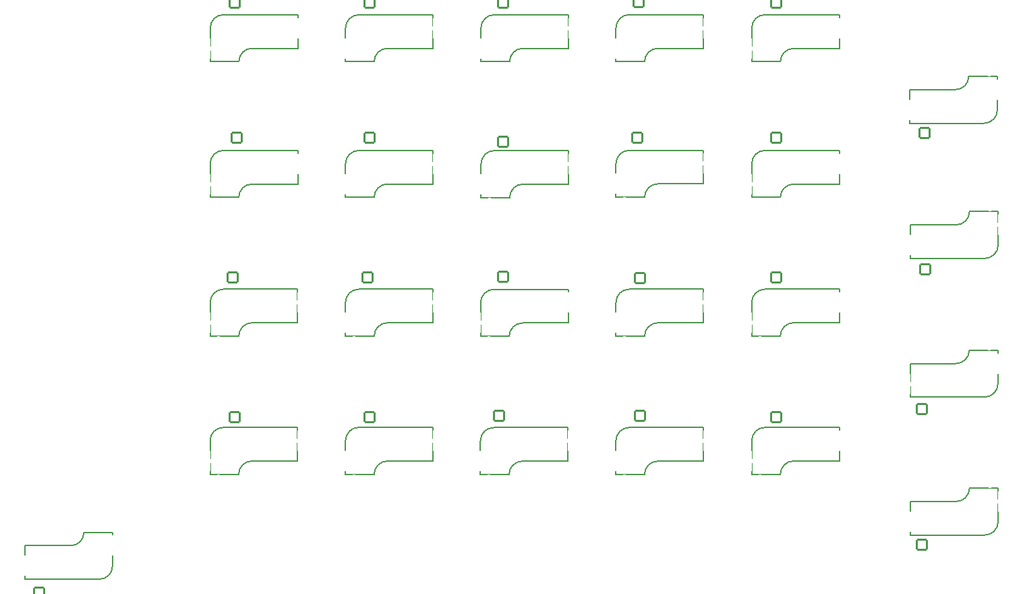
<source format=gbr>
%TF.GenerationSoftware,KiCad,Pcbnew,9.0.2*%
%TF.CreationDate,2025-06-30T11:43:15-04:00*%
%TF.ProjectId,PCB,5043422e-6b69-4636-9164-5f7063625858,rev?*%
%TF.SameCoordinates,Original*%
%TF.FileFunction,Legend,Bot*%
%TF.FilePolarity,Positive*%
%FSLAX46Y46*%
G04 Gerber Fmt 4.6, Leading zero omitted, Abs format (unit mm)*
G04 Created by KiCad (PCBNEW 9.0.2) date 2025-06-30 11:43:15*
%MOMM*%
%LPD*%
G01*
G04 APERTURE LIST*
G04 Aperture macros list*
%AMRoundRect*
0 Rectangle with rounded corners*
0 $1 Rounding radius*
0 $2 $3 $4 $5 $6 $7 $8 $9 X,Y pos of 4 corners*
0 Add a 4 corners polygon primitive as box body*
4,1,4,$2,$3,$4,$5,$6,$7,$8,$9,$2,$3,0*
0 Add four circle primitives for the rounded corners*
1,1,$1+$1,$2,$3*
1,1,$1+$1,$4,$5*
1,1,$1+$1,$6,$7*
1,1,$1+$1,$8,$9*
0 Add four rect primitives between the rounded corners*
20,1,$1+$1,$2,$3,$4,$5,0*
20,1,$1+$1,$4,$5,$6,$7,0*
20,1,$1+$1,$6,$7,$8,$9,0*
20,1,$1+$1,$8,$9,$2,$3,0*%
G04 Aperture macros list end*
%ADD10C,0.150000*%
%ADD11C,1.442000*%
%ADD12RoundRect,0.102000X-0.619000X-0.619000X0.619000X-0.619000X0.619000X0.619000X-0.619000X0.619000X0*%
%ADD13C,1.778000*%
%ADD14C,2.286000*%
%ADD15R,1.600000X1.600000*%
%ADD16O,1.600000X1.600000*%
%ADD17C,1.750000*%
%ADD18C,3.980180*%
%ADD19C,2.250000*%
%ADD20R,1.500000X0.508000*%
%ADD21R,2.550000X2.500000*%
%ADD22R,1.524000X1.524000*%
%ADD23C,1.524000*%
G04 APERTURE END LIST*
D10*
%TO.C,SW13*%
X138635000Y-41215000D02*
X138635000Y-45430000D01*
X138635000Y-45430000D02*
X142230000Y-45430000D01*
X140310000Y-39540000D02*
X149635000Y-39540000D01*
X143905000Y-43755000D02*
X149635000Y-43755000D01*
X149635000Y-39545000D02*
X149635000Y-43755000D01*
X138635000Y-41215000D02*
G75*
G02*
X140310000Y-39540000I1675000J0D01*
G01*
X142230000Y-45430000D02*
G75*
G02*
X143905000Y-43755000I1675000J0D01*
G01*
%TO.C,SW9*%
X104680000Y-75644000D02*
X104680000Y-79859000D01*
X104680000Y-79859000D02*
X108275000Y-79859000D01*
X106355000Y-73969000D02*
X115680000Y-73969000D01*
X109950000Y-78184000D02*
X115680000Y-78184000D01*
X115680000Y-73974000D02*
X115680000Y-78184000D01*
X104680000Y-75644000D02*
G75*
G02*
X106355000Y-73969000I1675000J0D01*
G01*
X108275000Y-79859000D02*
G75*
G02*
X109950000Y-78184000I1675000J0D01*
G01*
%TO.C,SW24*%
X155680000Y-75644000D02*
X155680000Y-79859000D01*
X155680000Y-79859000D02*
X159275000Y-79859000D01*
X157355000Y-73969000D02*
X166680000Y-73969000D01*
X160950000Y-78184000D02*
X166680000Y-78184000D01*
X166680000Y-73974000D02*
X166680000Y-78184000D01*
X155680000Y-75644000D02*
G75*
G02*
X157355000Y-73969000I1675000J0D01*
G01*
X159275000Y-79859000D02*
G75*
G02*
X160950000Y-78184000I1675000J0D01*
G01*
%TO.C,SW7*%
X104685000Y-41220000D02*
X104685000Y-45435000D01*
X104685000Y-45435000D02*
X108280000Y-45435000D01*
X106360000Y-39545000D02*
X115685000Y-39545000D01*
X109955000Y-43760000D02*
X115685000Y-43760000D01*
X115685000Y-39550000D02*
X115685000Y-43760000D01*
X104685000Y-41220000D02*
G75*
G02*
X106360000Y-39545000I1675000J0D01*
G01*
X108280000Y-45435000D02*
G75*
G02*
X109955000Y-43760000I1675000J0D01*
G01*
%TO.C,SW19*%
X138619500Y-93000000D02*
X138619500Y-97215000D01*
X138619500Y-97215000D02*
X142214500Y-97215000D01*
X140294500Y-91325000D02*
X149619500Y-91325000D01*
X143889500Y-95540000D02*
X149619500Y-95540000D01*
X149619500Y-91330000D02*
X149619500Y-95540000D01*
X138619500Y-93000000D02*
G75*
G02*
X140294500Y-91325000I1675000J0D01*
G01*
X142214500Y-97215000D02*
G75*
G02*
X143889500Y-95540000I1675000J0D01*
G01*
%TO.C,SW3*%
X87685000Y-58240000D02*
X87685000Y-62455000D01*
X87685000Y-62455000D02*
X91280000Y-62455000D01*
X89360000Y-56565000D02*
X98685000Y-56565000D01*
X92955000Y-60780000D02*
X98685000Y-60780000D01*
X98685000Y-56570000D02*
X98685000Y-60780000D01*
X87685000Y-58240000D02*
G75*
G02*
X89360000Y-56565000I1675000J0D01*
G01*
X91280000Y-62455000D02*
G75*
G02*
X92955000Y-60780000I1675000J0D01*
G01*
%TO.C,SW11*%
X175523500Y-53155000D02*
X175523500Y-48945000D01*
X181253500Y-48945000D02*
X175523500Y-48945000D01*
X184848500Y-53160000D02*
X175523500Y-53160000D01*
X186523500Y-47270000D02*
X182928500Y-47270000D01*
X186523500Y-51485000D02*
X186523500Y-47270000D01*
X182928500Y-47270000D02*
G75*
G02*
X181253500Y-48945000I-1675000J0D01*
G01*
X186523500Y-51485000D02*
G75*
G02*
X184848500Y-53160000I-1675000J0D01*
G01*
%TO.C,SW17*%
X138635000Y-75645000D02*
X138635000Y-79860000D01*
X138635000Y-79860000D02*
X142230000Y-79860000D01*
X140310000Y-73970000D02*
X149635000Y-73970000D01*
X143905000Y-78185000D02*
X149635000Y-78185000D01*
X149635000Y-73975000D02*
X149635000Y-78185000D01*
X138635000Y-75645000D02*
G75*
G02*
X140310000Y-73970000I1675000J0D01*
G01*
X142230000Y-79860000D02*
G75*
G02*
X143905000Y-78185000I1675000J0D01*
G01*
%TO.C,SW26*%
X175613500Y-104810000D02*
X175613500Y-100600000D01*
X181343500Y-100600000D02*
X175613500Y-100600000D01*
X184938500Y-104815000D02*
X175613500Y-104815000D01*
X186613500Y-98925000D02*
X183018500Y-98925000D01*
X186613500Y-103140000D02*
X186613500Y-98925000D01*
X183018500Y-98925000D02*
G75*
G02*
X181343500Y-100600000I-1675000J0D01*
G01*
X186613500Y-103140000D02*
G75*
G02*
X184938500Y-104815000I-1675000J0D01*
G01*
%TO.C,SW2*%
X87690000Y-41220000D02*
X87690000Y-45435000D01*
X87690000Y-45435000D02*
X91285000Y-45435000D01*
X89365000Y-39545000D02*
X98690000Y-39545000D01*
X92960000Y-43760000D02*
X98690000Y-43760000D01*
X98690000Y-39550000D02*
X98690000Y-43760000D01*
X87690000Y-41220000D02*
G75*
G02*
X89365000Y-39545000I1675000J0D01*
G01*
X91285000Y-45435000D02*
G75*
G02*
X92960000Y-43760000I1675000J0D01*
G01*
%TO.C,SW12*%
X121685000Y-41220000D02*
X121685000Y-45435000D01*
X121685000Y-45435000D02*
X125280000Y-45435000D01*
X123360000Y-39545000D02*
X132685000Y-39545000D01*
X126955000Y-43760000D02*
X132685000Y-43760000D01*
X132685000Y-39550000D02*
X132685000Y-43760000D01*
X121685000Y-41220000D02*
G75*
G02*
X123360000Y-39545000I1675000J0D01*
G01*
X125280000Y-45435000D02*
G75*
G02*
X126955000Y-43760000I1675000J0D01*
G01*
%TO.C,SW14*%
X121705000Y-58250000D02*
X121705000Y-62465000D01*
X121705000Y-62465000D02*
X125300000Y-62465000D01*
X123380000Y-56575000D02*
X132705000Y-56575000D01*
X126975000Y-60790000D02*
X132705000Y-60790000D01*
X132705000Y-56580000D02*
X132705000Y-60790000D01*
X121705000Y-58250000D02*
G75*
G02*
X123380000Y-56575000I1675000J0D01*
G01*
X125300000Y-62465000D02*
G75*
G02*
X126975000Y-60790000I1675000J0D01*
G01*
%TO.C,SW5*%
X87680000Y-92978000D02*
X87680000Y-97193000D01*
X87680000Y-97193000D02*
X91275000Y-97193000D01*
X89355000Y-91303000D02*
X98680000Y-91303000D01*
X92950000Y-95518000D02*
X98680000Y-95518000D01*
X98680000Y-91308000D02*
X98680000Y-95518000D01*
X87680000Y-92978000D02*
G75*
G02*
X89355000Y-91303000I1675000J0D01*
G01*
X91275000Y-97193000D02*
G75*
G02*
X92950000Y-95518000I1675000J0D01*
G01*
%TO.C,SW6*%
X64435000Y-110350000D02*
X64435000Y-106140000D01*
X70165000Y-106140000D02*
X64435000Y-106140000D01*
X73760000Y-110355000D02*
X64435000Y-110355000D01*
X75435000Y-104465000D02*
X71840000Y-104465000D01*
X75435000Y-108680000D02*
X75435000Y-104465000D01*
X71840000Y-104465000D02*
G75*
G02*
X70165000Y-106140000I-1675000J0D01*
G01*
X75435000Y-108680000D02*
G75*
G02*
X73760000Y-110355000I-1675000J0D01*
G01*
%TO.C,SW22*%
X155685000Y-41220000D02*
X155685000Y-45435000D01*
X155685000Y-45435000D02*
X159280000Y-45435000D01*
X157360000Y-39545000D02*
X166685000Y-39545000D01*
X160955000Y-43760000D02*
X166685000Y-43760000D01*
X166685000Y-39550000D02*
X166685000Y-43760000D01*
X155685000Y-41220000D02*
G75*
G02*
X157360000Y-39545000I1675000J0D01*
G01*
X159280000Y-45435000D02*
G75*
G02*
X160955000Y-43760000I1675000J0D01*
G01*
%TO.C,SW4*%
X87680000Y-75644000D02*
X87680000Y-79859000D01*
X87680000Y-79859000D02*
X91275000Y-79859000D01*
X89355000Y-73969000D02*
X98680000Y-73969000D01*
X92950000Y-78184000D02*
X98680000Y-78184000D01*
X98680000Y-73974000D02*
X98680000Y-78184000D01*
X87680000Y-75644000D02*
G75*
G02*
X89355000Y-73969000I1675000J0D01*
G01*
X91275000Y-79859000D02*
G75*
G02*
X92950000Y-78184000I1675000J0D01*
G01*
%TO.C,SW25*%
X155680000Y-92978000D02*
X155680000Y-97193000D01*
X155680000Y-97193000D02*
X159275000Y-97193000D01*
X157355000Y-91303000D02*
X166680000Y-91303000D01*
X160950000Y-95518000D02*
X166680000Y-95518000D01*
X166680000Y-91308000D02*
X166680000Y-95518000D01*
X155680000Y-92978000D02*
G75*
G02*
X157355000Y-91303000I1675000J0D01*
G01*
X159275000Y-97193000D02*
G75*
G02*
X160950000Y-95518000I1675000J0D01*
G01*
%TO.C,SW20*%
X175613500Y-70110000D02*
X175613500Y-65900000D01*
X181343500Y-65900000D02*
X175613500Y-65900000D01*
X184938500Y-70115000D02*
X175613500Y-70115000D01*
X186613500Y-64225000D02*
X183018500Y-64225000D01*
X186613500Y-68440000D02*
X186613500Y-64225000D01*
X183018500Y-64225000D02*
G75*
G02*
X181343500Y-65900000I-1675000J0D01*
G01*
X186613500Y-68440000D02*
G75*
G02*
X184938500Y-70115000I-1675000J0D01*
G01*
%TO.C,SW23*%
X155685000Y-58240000D02*
X155685000Y-62455000D01*
X155685000Y-62455000D02*
X159280000Y-62455000D01*
X157360000Y-56565000D02*
X166685000Y-56565000D01*
X160955000Y-60780000D02*
X166685000Y-60780000D01*
X166685000Y-56570000D02*
X166685000Y-60780000D01*
X155685000Y-58240000D02*
G75*
G02*
X157360000Y-56565000I1675000J0D01*
G01*
X159280000Y-62455000D02*
G75*
G02*
X160955000Y-60780000I1675000J0D01*
G01*
%TO.C,SW10*%
X104680000Y-92978000D02*
X104680000Y-97193000D01*
X104680000Y-97193000D02*
X108275000Y-97193000D01*
X106355000Y-91303000D02*
X115680000Y-91303000D01*
X109950000Y-95518000D02*
X115680000Y-95518000D01*
X115680000Y-91308000D02*
X115680000Y-95518000D01*
X104680000Y-92978000D02*
G75*
G02*
X106355000Y-91303000I1675000J0D01*
G01*
X108275000Y-97193000D02*
G75*
G02*
X109950000Y-95518000I1675000J0D01*
G01*
%TO.C,SW21*%
X175583500Y-87510000D02*
X175583500Y-83300000D01*
X181313500Y-83300000D02*
X175583500Y-83300000D01*
X184908500Y-87515000D02*
X175583500Y-87515000D01*
X186583500Y-81625000D02*
X182988500Y-81625000D01*
X186583500Y-85840000D02*
X186583500Y-81625000D01*
X182988500Y-81625000D02*
G75*
G02*
X181313500Y-83300000I-1675000J0D01*
G01*
X186583500Y-85840000D02*
G75*
G02*
X184908500Y-87515000I-1675000J0D01*
G01*
%TO.C,SW15*%
X138635000Y-58220000D02*
X138635000Y-62435000D01*
X138635000Y-62435000D02*
X142230000Y-62435000D01*
X140310000Y-56545000D02*
X149635000Y-56545000D01*
X143905000Y-60760000D02*
X149635000Y-60760000D01*
X149635000Y-56550000D02*
X149635000Y-60760000D01*
X138635000Y-58220000D02*
G75*
G02*
X140310000Y-56545000I1675000J0D01*
G01*
X142230000Y-62435000D02*
G75*
G02*
X143905000Y-60760000I1675000J0D01*
G01*
%TO.C,SW18*%
X121619500Y-93000000D02*
X121619500Y-97215000D01*
X121619500Y-97215000D02*
X125214500Y-97215000D01*
X123294500Y-91325000D02*
X132619500Y-91325000D01*
X126889500Y-95540000D02*
X132619500Y-95540000D01*
X132619500Y-91330000D02*
X132619500Y-95540000D01*
X121619500Y-93000000D02*
G75*
G02*
X123294500Y-91325000I1675000J0D01*
G01*
X125214500Y-97215000D02*
G75*
G02*
X126889500Y-95540000I1675000J0D01*
G01*
%TO.C,SW8*%
X104685000Y-58240000D02*
X104685000Y-62455000D01*
X104685000Y-62455000D02*
X108280000Y-62455000D01*
X106360000Y-56565000D02*
X115685000Y-56565000D01*
X109955000Y-60780000D02*
X115685000Y-60780000D01*
X115685000Y-56570000D02*
X115685000Y-60780000D01*
X104685000Y-58240000D02*
G75*
G02*
X106360000Y-56565000I1675000J0D01*
G01*
X108280000Y-62455000D02*
G75*
G02*
X109955000Y-60780000I1675000J0D01*
G01*
%TO.C,SW16*%
X121635000Y-75670000D02*
X121635000Y-79885000D01*
X121635000Y-79885000D02*
X125230000Y-79885000D01*
X123310000Y-73995000D02*
X132635000Y-73995000D01*
X126905000Y-78210000D02*
X132635000Y-78210000D01*
X132635000Y-74000000D02*
X132635000Y-78210000D01*
X121635000Y-75670000D02*
G75*
G02*
X123310000Y-73995000I1675000J0D01*
G01*
X125230000Y-79885000D02*
G75*
G02*
X126905000Y-78210000I1675000J0D01*
G01*
%TD*%
%LPC*%
D11*
%TO.C,D5*%
X73768500Y-112000000D03*
D12*
X66231500Y-112000000D03*
%TD*%
D11*
%TO.C,D3*%
X98037000Y-72500000D03*
D12*
X90500000Y-72500000D03*
%TD*%
D11*
%TO.C,D1*%
X98268500Y-38000000D03*
D12*
X90731500Y-38000000D03*
%TD*%
D11*
%TO.C,D2*%
X98537000Y-55000000D03*
D12*
X91000000Y-55000000D03*
%TD*%
D11*
%TO.C,D18*%
X149218500Y-72550000D03*
D12*
X141681500Y-72550000D03*
%TD*%
D11*
%TO.C,D14*%
X131513500Y-89874000D03*
D12*
X123976500Y-89874000D03*
%TD*%
D13*
%TO.C,U1*%
X150755400Y-116066500D03*
X157105400Y-116086300D03*
X150755400Y-121006500D03*
X157115400Y-121026500D03*
X151405400Y-135756500D03*
X153945400Y-135776500D03*
X156485400Y-135756500D03*
D14*
X147580400Y-121816500D03*
X147580400Y-131946500D03*
X160280400Y-131961300D03*
X160280400Y-121801300D03*
D13*
X145040400Y-124341300D03*
X145025400Y-126866500D03*
X145025400Y-129406500D03*
%TD*%
D15*
%TO.C,A1*%
X76740000Y-87060000D03*
D16*
X76740000Y-84520000D03*
X76740000Y-81980000D03*
X76740000Y-79440000D03*
X76740000Y-76900000D03*
X76740000Y-74360000D03*
X76740000Y-71820000D03*
X76740000Y-69280000D03*
X76740000Y-66740000D03*
X76740000Y-64200000D03*
X76740000Y-61660000D03*
X76740000Y-59120000D03*
X76740000Y-56580000D03*
X76740000Y-54040000D03*
X76740000Y-51500000D03*
X61500000Y-51500000D03*
X61500000Y-54040000D03*
X61500000Y-56580000D03*
X61500000Y-59120000D03*
X61500000Y-61660000D03*
X61500000Y-64200000D03*
X61500000Y-66740000D03*
X61500000Y-69280000D03*
X61500000Y-71820000D03*
X61500000Y-74360000D03*
X61500000Y-76900000D03*
X61500000Y-79440000D03*
X61500000Y-81980000D03*
X61500000Y-84520000D03*
X61500000Y-87060000D03*
%TD*%
D11*
%TO.C,D4*%
X98268500Y-90000000D03*
D12*
X90731500Y-90000000D03*
%TD*%
D11*
%TO.C,D8*%
X115000000Y-72500000D03*
D12*
X107463000Y-72500000D03*
%TD*%
D11*
%TO.C,D13*%
X131968500Y-72400000D03*
D12*
X124431500Y-72400000D03*
%TD*%
D11*
%TO.C,D10*%
X115268500Y-38000000D03*
D12*
X107731500Y-38000000D03*
%TD*%
D11*
%TO.C,D23*%
X166268500Y-72500000D03*
D12*
X158731500Y-72500000D03*
%TD*%
D11*
%TO.C,D19*%
X149208000Y-89856000D03*
D12*
X141671000Y-89856000D03*
%TD*%
D11*
%TO.C,D20*%
X184587000Y-89000000D03*
D12*
X177050000Y-89000000D03*
%TD*%
D11*
%TO.C,D21*%
X184587000Y-106000000D03*
D12*
X177050000Y-106000000D03*
%TD*%
D11*
%TO.C,D12*%
X132037250Y-55500000D03*
D12*
X124500250Y-55500000D03*
%TD*%
D11*
%TO.C,D24*%
X166268500Y-55000000D03*
D12*
X158731500Y-55000000D03*
%TD*%
D13*
%TO.C,U2*%
X178875000Y-116066500D03*
X185225000Y-116086300D03*
X178875000Y-121006500D03*
X185235000Y-121026500D03*
X179525000Y-135756500D03*
X182065000Y-135776500D03*
X184605000Y-135756500D03*
D14*
X175700000Y-121816500D03*
X175700000Y-131946500D03*
X188400000Y-131961300D03*
X188400000Y-121801300D03*
D13*
X173160000Y-124341300D03*
X173145000Y-126866500D03*
X173145000Y-129406500D03*
%TD*%
D11*
%TO.C,D11*%
X132000000Y-38000000D03*
D12*
X124463000Y-38000000D03*
%TD*%
D11*
%TO.C,D15*%
X185037000Y-71500000D03*
D12*
X177500000Y-71500000D03*
%TD*%
D11*
%TO.C,D9*%
X115268500Y-55000000D03*
D12*
X107731500Y-55000000D03*
%TD*%
D11*
%TO.C,D7*%
X115268500Y-90000000D03*
D12*
X107731500Y-90000000D03*
%TD*%
D11*
%TO.C,D6*%
X184955800Y-54400000D03*
D12*
X177418800Y-54400000D03*
%TD*%
D11*
%TO.C,D17*%
X148837300Y-55000000D03*
D12*
X141300300Y-55000000D03*
%TD*%
D11*
%TO.C,D25*%
X166268500Y-38000000D03*
D12*
X158731500Y-38000000D03*
%TD*%
D11*
%TO.C,D16*%
X148987000Y-37975000D03*
D12*
X141450000Y-37975000D03*
%TD*%
D11*
%TO.C,D22*%
X166268500Y-90000000D03*
D12*
X158731500Y-90000000D03*
%TD*%
D17*
%TO.C,SW13*%
X149850000Y-46295000D03*
D18*
X144770000Y-46295000D03*
D17*
X139690000Y-46295000D03*
D19*
X140960000Y-43755000D03*
D20*
X139245500Y-43755000D03*
D21*
X137410000Y-43755000D03*
X150860000Y-41215000D03*
D20*
X149024500Y-41215000D03*
D19*
X147310000Y-41215000D03*
D22*
X146040000Y-51375000D03*
D23*
X143500000Y-51375000D03*
%TD*%
D17*
%TO.C,SW9*%
X115895000Y-80724000D03*
D18*
X110815000Y-80724000D03*
D17*
X105735000Y-80724000D03*
D19*
X107005000Y-78184000D03*
D20*
X105290500Y-78184000D03*
D21*
X103455000Y-78184000D03*
X116905000Y-75644000D03*
D20*
X115069500Y-75644000D03*
D19*
X113355000Y-75644000D03*
D22*
X112085000Y-85804000D03*
D23*
X109545000Y-85804000D03*
%TD*%
D17*
%TO.C,SW24*%
X166895000Y-80724000D03*
D18*
X161815000Y-80724000D03*
D17*
X156735000Y-80724000D03*
D19*
X158005000Y-78184000D03*
D20*
X156290500Y-78184000D03*
D21*
X154455000Y-78184000D03*
X167905000Y-75644000D03*
D20*
X166069500Y-75644000D03*
D19*
X164355000Y-75644000D03*
D22*
X163085000Y-85804000D03*
D23*
X160545000Y-85804000D03*
%TD*%
D17*
%TO.C,SW7*%
X115900000Y-46300000D03*
D18*
X110820000Y-46300000D03*
D17*
X105740000Y-46300000D03*
D19*
X107010000Y-43760000D03*
D20*
X105295500Y-43760000D03*
D21*
X103460000Y-43760000D03*
X116910000Y-41220000D03*
D20*
X115074500Y-41220000D03*
D19*
X113360000Y-41220000D03*
D22*
X112090000Y-51380000D03*
D23*
X109550000Y-51380000D03*
%TD*%
D17*
%TO.C,SW19*%
X149834500Y-98080000D03*
D18*
X144754500Y-98080000D03*
D17*
X139674500Y-98080000D03*
D19*
X140944500Y-95540000D03*
D20*
X139230000Y-95540000D03*
D21*
X137394500Y-95540000D03*
X150844500Y-93000000D03*
D20*
X149009000Y-93000000D03*
D19*
X147294500Y-93000000D03*
D22*
X146024500Y-103160000D03*
D23*
X143484500Y-103160000D03*
%TD*%
D17*
%TO.C,SW3*%
X98900000Y-63320000D03*
D18*
X93820000Y-63320000D03*
D17*
X88740000Y-63320000D03*
D19*
X90010000Y-60780000D03*
D20*
X88295500Y-60780000D03*
D21*
X86460000Y-60780000D03*
X99910000Y-58240000D03*
D20*
X98074500Y-58240000D03*
D19*
X96360000Y-58240000D03*
D22*
X95090000Y-68400000D03*
D23*
X92550000Y-68400000D03*
%TD*%
D17*
%TO.C,SW11*%
X175308500Y-46405000D03*
D18*
X180388500Y-46405000D03*
D17*
X185468500Y-46405000D03*
D19*
X184198500Y-48945000D03*
D20*
X185913000Y-48945000D03*
D21*
X187748500Y-48945000D03*
X174298500Y-51485000D03*
D20*
X176134000Y-51485000D03*
D19*
X177848500Y-51485000D03*
D22*
X179118500Y-41325000D03*
D23*
X181658500Y-41325000D03*
%TD*%
D17*
%TO.C,SW17*%
X149850000Y-80725000D03*
D18*
X144770000Y-80725000D03*
D17*
X139690000Y-80725000D03*
D19*
X140960000Y-78185000D03*
D20*
X139245500Y-78185000D03*
D21*
X137410000Y-78185000D03*
X150860000Y-75645000D03*
D20*
X149024500Y-75645000D03*
D19*
X147310000Y-75645000D03*
D22*
X146040000Y-85805000D03*
D23*
X143500000Y-85805000D03*
%TD*%
D17*
%TO.C,SW26*%
X175398500Y-98060000D03*
D18*
X180478500Y-98060000D03*
D17*
X185558500Y-98060000D03*
D19*
X184288500Y-100600000D03*
D20*
X186003000Y-100600000D03*
D21*
X187838500Y-100600000D03*
X174388500Y-103140000D03*
D20*
X176224000Y-103140000D03*
D19*
X177938500Y-103140000D03*
D22*
X179208500Y-92980000D03*
D23*
X181748500Y-92980000D03*
%TD*%
D17*
%TO.C,SW2*%
X98905000Y-46300000D03*
D18*
X93825000Y-46300000D03*
D17*
X88745000Y-46300000D03*
D19*
X90015000Y-43760000D03*
D20*
X88300500Y-43760000D03*
D21*
X86465000Y-43760000D03*
X99915000Y-41220000D03*
D20*
X98079500Y-41220000D03*
D19*
X96365000Y-41220000D03*
D22*
X95095000Y-51380000D03*
D23*
X92555000Y-51380000D03*
%TD*%
D17*
%TO.C,SW12*%
X132900000Y-46300000D03*
D18*
X127820000Y-46300000D03*
D17*
X122740000Y-46300000D03*
D19*
X124010000Y-43760000D03*
D20*
X122295500Y-43760000D03*
D21*
X120460000Y-43760000D03*
X133910000Y-41220000D03*
D20*
X132074500Y-41220000D03*
D19*
X130360000Y-41220000D03*
D22*
X129090000Y-51380000D03*
D23*
X126550000Y-51380000D03*
%TD*%
D17*
%TO.C,SW14*%
X132920000Y-63330000D03*
D18*
X127840000Y-63330000D03*
D17*
X122760000Y-63330000D03*
D19*
X124030000Y-60790000D03*
D20*
X122315500Y-60790000D03*
D21*
X120480000Y-60790000D03*
X133930000Y-58250000D03*
D20*
X132094500Y-58250000D03*
D19*
X130380000Y-58250000D03*
D22*
X129110000Y-68410000D03*
D23*
X126570000Y-68410000D03*
%TD*%
D17*
%TO.C,SW5*%
X98895000Y-98058000D03*
D18*
X93815000Y-98058000D03*
D17*
X88735000Y-98058000D03*
D19*
X90005000Y-95518000D03*
D20*
X88290500Y-95518000D03*
D21*
X86455000Y-95518000D03*
X99905000Y-92978000D03*
D20*
X98069500Y-92978000D03*
D19*
X96355000Y-92978000D03*
D22*
X95085000Y-103138000D03*
D23*
X92545000Y-103138000D03*
%TD*%
D17*
%TO.C,SW6*%
X64220000Y-103600000D03*
D18*
X69300000Y-103600000D03*
D17*
X74380000Y-103600000D03*
D19*
X73110000Y-106140000D03*
D20*
X74824500Y-106140000D03*
D21*
X76660000Y-106140000D03*
X63210000Y-108680000D03*
D20*
X65045500Y-108680000D03*
D19*
X66760000Y-108680000D03*
D22*
X68030000Y-98520000D03*
D23*
X70570000Y-98520000D03*
%TD*%
D17*
%TO.C,SW22*%
X166900000Y-46300000D03*
D18*
X161820000Y-46300000D03*
D17*
X156740000Y-46300000D03*
D19*
X158010000Y-43760000D03*
D20*
X156295500Y-43760000D03*
D21*
X154460000Y-43760000D03*
X167910000Y-41220000D03*
D20*
X166074500Y-41220000D03*
D19*
X164360000Y-41220000D03*
D22*
X163090000Y-51380000D03*
D23*
X160550000Y-51380000D03*
%TD*%
D17*
%TO.C,SW4*%
X98895000Y-80724000D03*
D18*
X93815000Y-80724000D03*
D17*
X88735000Y-80724000D03*
D19*
X90005000Y-78184000D03*
D20*
X88290500Y-78184000D03*
D21*
X86455000Y-78184000D03*
X99905000Y-75644000D03*
D20*
X98069500Y-75644000D03*
D19*
X96355000Y-75644000D03*
D22*
X95085000Y-85804000D03*
D23*
X92545000Y-85804000D03*
%TD*%
D17*
%TO.C,SW25*%
X166895000Y-98058000D03*
D18*
X161815000Y-98058000D03*
D17*
X156735000Y-98058000D03*
D19*
X158005000Y-95518000D03*
D20*
X156290500Y-95518000D03*
D21*
X154455000Y-95518000D03*
X167905000Y-92978000D03*
D20*
X166069500Y-92978000D03*
D19*
X164355000Y-92978000D03*
D22*
X163085000Y-103138000D03*
D23*
X160545000Y-103138000D03*
%TD*%
D17*
%TO.C,SW20*%
X175398500Y-63360000D03*
D18*
X180478500Y-63360000D03*
D17*
X185558500Y-63360000D03*
D19*
X184288500Y-65900000D03*
D20*
X186003000Y-65900000D03*
D21*
X187838500Y-65900000D03*
X174388500Y-68440000D03*
D20*
X176224000Y-68440000D03*
D19*
X177938500Y-68440000D03*
D22*
X179208500Y-58280000D03*
D23*
X181748500Y-58280000D03*
%TD*%
D17*
%TO.C,SW23*%
X166900000Y-63320000D03*
D18*
X161820000Y-63320000D03*
D17*
X156740000Y-63320000D03*
D19*
X158010000Y-60780000D03*
D20*
X156295500Y-60780000D03*
D21*
X154460000Y-60780000D03*
X167910000Y-58240000D03*
D20*
X166074500Y-58240000D03*
D19*
X164360000Y-58240000D03*
D22*
X163090000Y-68400000D03*
D23*
X160550000Y-68400000D03*
%TD*%
D17*
%TO.C,SW10*%
X115895000Y-98058000D03*
D18*
X110815000Y-98058000D03*
D17*
X105735000Y-98058000D03*
D19*
X107005000Y-95518000D03*
D20*
X105290500Y-95518000D03*
D21*
X103455000Y-95518000D03*
X116905000Y-92978000D03*
D20*
X115069500Y-92978000D03*
D19*
X113355000Y-92978000D03*
D22*
X112085000Y-103138000D03*
D23*
X109545000Y-103138000D03*
%TD*%
D17*
%TO.C,SW21*%
X175368500Y-80760000D03*
D18*
X180448500Y-80760000D03*
D17*
X185528500Y-80760000D03*
D19*
X184258500Y-83300000D03*
D20*
X185973000Y-83300000D03*
D21*
X187808500Y-83300000D03*
X174358500Y-85840000D03*
D20*
X176194000Y-85840000D03*
D19*
X177908500Y-85840000D03*
D22*
X179178500Y-75680000D03*
D23*
X181718500Y-75680000D03*
%TD*%
D17*
%TO.C,SW15*%
X149850000Y-63300000D03*
D18*
X144770000Y-63300000D03*
D17*
X139690000Y-63300000D03*
D19*
X140960000Y-60760000D03*
D20*
X139245500Y-60760000D03*
D21*
X137410000Y-60760000D03*
X150860000Y-58220000D03*
D20*
X149024500Y-58220000D03*
D19*
X147310000Y-58220000D03*
D22*
X146040000Y-68380000D03*
D23*
X143500000Y-68380000D03*
%TD*%
D17*
%TO.C,SW18*%
X132834500Y-98080000D03*
D18*
X127754500Y-98080000D03*
D17*
X122674500Y-98080000D03*
D19*
X123944500Y-95540000D03*
D20*
X122230000Y-95540000D03*
D21*
X120394500Y-95540000D03*
X133844500Y-93000000D03*
D20*
X132009000Y-93000000D03*
D19*
X130294500Y-93000000D03*
D22*
X129024500Y-103160000D03*
D23*
X126484500Y-103160000D03*
%TD*%
D17*
%TO.C,SW8*%
X115900000Y-63320000D03*
D18*
X110820000Y-63320000D03*
D17*
X105740000Y-63320000D03*
D19*
X107010000Y-60780000D03*
D20*
X105295500Y-60780000D03*
D21*
X103460000Y-60780000D03*
X116910000Y-58240000D03*
D20*
X115074500Y-58240000D03*
D19*
X113360000Y-58240000D03*
D22*
X112090000Y-68400000D03*
D23*
X109550000Y-68400000D03*
%TD*%
D17*
%TO.C,SW16*%
X132850000Y-80750000D03*
D18*
X127770000Y-80750000D03*
D17*
X122690000Y-80750000D03*
D19*
X123960000Y-78210000D03*
D20*
X122245500Y-78210000D03*
D21*
X120410000Y-78210000D03*
X133860000Y-75670000D03*
D20*
X132024500Y-75670000D03*
D19*
X130310000Y-75670000D03*
D22*
X129040000Y-85830000D03*
D23*
X126500000Y-85830000D03*
%TD*%
%LPD*%
M02*

</source>
